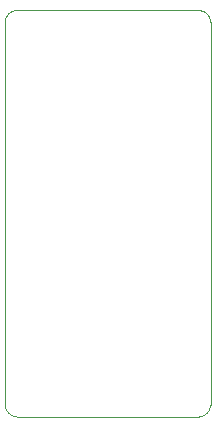
<source format=gm1>
G04 #@! TF.FileFunction,Profile,NP*
%FSLAX46Y46*%
G04 Gerber Fmt 4.6, Leading zero omitted, Abs format (unit mm)*
G04 Created by KiCad (PCBNEW 4.0.2-stable) date 16.05.2016 20:42:00*
%MOMM*%
G01*
G04 APERTURE LIST*
%ADD10C,0.100000*%
%ADD11C,0.010000*%
G04 APERTURE END LIST*
D10*
D11*
X140800000Y-98800000D02*
X140800000Y-131200000D01*
X157200000Y-97800000D02*
X141800000Y-97800000D01*
X158200000Y-131200000D02*
X158200000Y-98800000D01*
X141800000Y-132200000D02*
X157200000Y-132200000D01*
X140800000Y-131200000D02*
G75*
G03X141800000Y-132200000I1000000J0D01*
G01*
X157200000Y-132200000D02*
G75*
G03X158200000Y-131200000I0J1000000D01*
G01*
X158200000Y-98800000D02*
G75*
G03X157200000Y-97800000I-1000000J0D01*
G01*
X141800000Y-97800000D02*
G75*
G03X140800000Y-98800000I0J-1000000D01*
G01*
M02*

</source>
